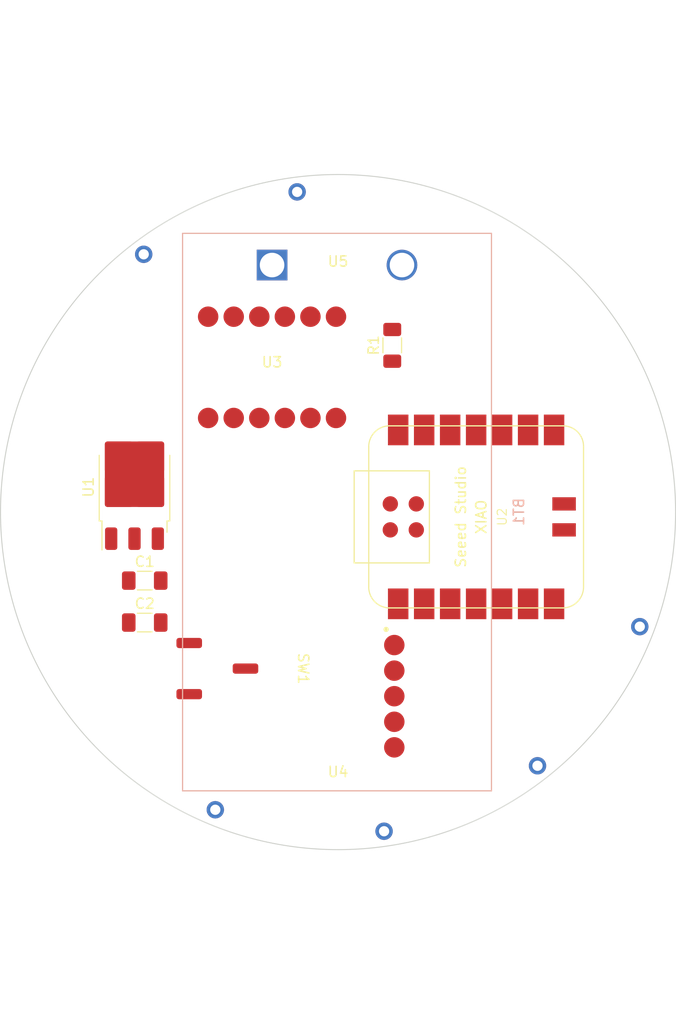
<source format=kicad_pcb>
(kicad_pcb (version 20221018) (generator pcbnew)
  (layers (0 "F.Cu" signal) (31 "B.Cu" signal) (34 "B.Paste" user) (35 "F.Paste" user) (36 "B.SilkS" user "B.Silkscreen") (37 "F.SilkS" user "F.Silkscreen") (38 "B.Mask" user) (39 "F.Mask" user) (44 "Edge.Cuts" user))
  (net 0 "")
  (net 1 "+9V")
  (net 2 "GND")
  (net 3 "Net-(U3-HV3)")
  (net 4 "Net-(U5-Din)")
  (net 9 "Net-(U2-PA8_A4_D4_SDA)")
  (net 10 "Net-(U2-PA9_A5_D5_SCL)")
  (net 11 "Net-(U2-PB08_A6_D6_TX)")
  (net 16 "Net-(U2-3V3)")
  (net 25 "Net-(U3-HV2)")
  (net 26 "Net-(U3-HV1)")
  (net 29 "Net-(SW1-A)")
  (net 31 "Net-(SW1-B)")
  (footprint "Resistor_SMD:R_1206_3216Metric_Pad1.30x1.75mm_HandSolder" (layer "F.Cu") (at 105.3 83.7 90)
    (fp_text reference "R1" (at 0 -1.82 90) (layer "F.SilkS"))
    (fp_text value "330")
    (fp_line (start -0.727064 -0.91) (end 0.727064 -0.91) (stroke (width 0.12)) (layer "F.SilkS"))
    (fp_line (start -0.727064 0.91) (end 0.727064 0.91) (stroke (width 0.12)) (layer "F.SilkS"))
    (pad "1" smd roundrect (at -1.55 0 90) (size 1.3 1.75) (layers "F.Cu" "F.Paste" "F.Mask") (roundrect_rratio 0.192308) (net 3 "Net-(U3-HV3)"))
    (pad "2" smd roundrect (at 1.55 0 90) (size 1.3 1.75) (layers "F.Cu" "F.Paste" "F.Mask") (roundrect_rratio 0.192308) (net 4 "Net-(U5-Din)"))
  )
  (footprint "Package_TO_SOT_SMD:TO-252-3_TabPin2" (layer "F.Cu") (at 80.1 97.56 90)
    (fp_text reference "U1" (at 0 -4.5 90) (layer "F.SilkS"))
    (fp_text value "L7805")
    (fp_line (start -3.31 -3.45) (end -3.31 -3.18) (stroke (width 0.12)) (layer "F.SilkS"))
    (fp_line (start -3.31 -3.18) (end -6.14 -3.18) (stroke (width 0.12)) (layer "F.SilkS"))
    (fp_line (start -3.31 3.18) (end -4.41 3.18) (stroke (width 0.12)) (layer "F.SilkS"))
    (fp_line (start -3.31 3.45) (end -3.31 3.18) (stroke (width 0.12)) (layer "F.SilkS"))
    (fp_line (start 3.11 -3.45) (end -3.31 -3.45) (stroke (width 0.12)) (layer "F.SilkS"))
    (fp_line (start 3.11 3.45) (end -3.31 3.45) (stroke (width 0.12)) (layer "F.SilkS"))
    (pad "1" smd roundrect (at -5.04 -2.28 90) (size 2.2 1.2) (layers "F.Cu" "F.Paste" "F.Mask") (roundrect_rratio 0.208333) (net 1 "+9V"))
    (pad "2" smd roundrect (at -5.04 0 90) (size 2.2 1.2) (layers "F.Cu" "F.Paste" "F.Mask") (roundrect_rratio 0.208333) (net 2 "GND"))
    (pad "2" smd roundrect (at -0.415 -1.525 90) (size 3.05 2.75) (layers "F.Cu" "F.Paste") (roundrect_rratio 0.090909) (net 2 "GND"))
    (pad "2" smd roundrect (at -0.415 1.525 90) (size 3.05 2.75) (layers "F.Cu" "F.Paste") (roundrect_rratio 0.090909) (net 2 "GND"))
    (pad "2" smd roundrect (at 1.26 0 90) (size 6.4 5.8) (layers "F.Cu" "F.Mask") (roundrect_rratio 0.043103) (net 2 "GND"))
    (pad "2" smd roundrect (at 2.935 -1.525 90) (size 3.05 2.75) (layers "F.Cu" "F.Paste") (roundrect_rratio 0.090909) (net 2 "GND"))
    (pad "2" smd roundrect (at 2.935 1.525 90) (size 3.05 2.75) (layers "F.Cu" "F.Paste") (roundrect_rratio 0.090909) (net 2 "GND"))
    (pad "3" smd roundrect (at -5.04 2.28 90) (size 2.2 1.2) (layers "F.Cu" "F.Paste" "F.Mask") (roundrect_rratio 0.208333) (net 31 "Net-(SW1-B)"))
  )
  (footprint "Capacitor_SMD:C_1206_3216Metric_Pad1.33x1.80mm_HandSolder" (layer "F.Cu") (at 81.1 106.7)
    (fp_text reference "C1" (at 0 -1.85) (layer "F.SilkS"))
    (fp_text value "0.47uF")
    (fp_line (start -0.711252 -0.91) (end 0.711252 -0.91) (stroke (width 0.12)) (layer "F.SilkS"))
    (fp_line (start -0.711252 0.91) (end 0.711252 0.91) (stroke (width 0.12)) (layer "F.SilkS"))
    (pad "1" smd roundrect (at -1.5625 0) (size 1.325 1.8) (layers "F.Cu" "F.Paste" "F.Mask") (roundrect_rratio 0.188679) (net 1 "+9V"))
    (pad "2" smd roundrect (at 1.5625 0) (size 1.325 1.8) (layers "F.Cu" "F.Paste" "F.Mask") (roundrect_rratio 0.188679) (net 2 "GND"))
  )
  (footprint "digital_compass:XIAO-SAMD21-RP2040-14P-2.54-21X17.8MM (Seeeduino XIAO)" (layer "F.Cu") (at 113.5 100.47 90)
    (fp_text reference "U2" (at 0 2.54 90) (layer "F.SilkS") (effects (font (size 0.889 0.889) (thickness 0.1016))))
    (fp_text value "Seeed Studio XIAO SAMD21" hide)
    (fp_text user "XIAO" (at 0 0.5 90 unlocked) (layer "F.SilkS"))
    (fp_text user "Seeed Studio" (at 0 -1.5 90 unlocked) (layer "F.SilkS"))
    (fp_line (start -8.9 -8.5) (end -8.9 8.5) (stroke (width 0.127)) (layer "F.SilkS"))
    (fp_line (start -6.9 10.5) (end 6.9 10.5) (stroke (width 0.127)) (layer "F.SilkS"))
    (fp_line (start -4.5 -11.92403) (end 4.5 -11.92403) (stroke (width 0.127)) (layer "F.SilkS"))
    (fp_line (start -4.5 -4.57073) (end -4.5 -11.92403) (stroke (width 0.127)) (layer "F.SilkS"))
    (fp_line (start 4.5 -11.92403) (end 4.5 -4.57073) (stroke (width 0.127)) (layer "F.SilkS"))
    (fp_line (start 4.5 -4.57073) (end -4.5 -4.57073) (stroke (width 0.127)) (layer "F.SilkS"))
    (fp_line (start 6.9 -10.49909) (end -6.9 -10.49909) (stroke (width 0.127)) (layer "F.SilkS"))
    (fp_line (start 8.9 8.5) (end 8.9 -8.5) (stroke (width 0.127)) (layer "F.SilkS"))
    (fp_arc (start -8.9 -8.5) (mid -8.301491 -9.901491) (end -6.9 -10.5) (stroke (width 0.12)) (layer "F.SilkS"))
    (fp_arc (start -6.9 10.5) (mid -8.301423 9.901423) (end -8.9 8.5) (stroke (width 0.12)) (layer "F.SilkS"))
    (fp_arc (start 6.9 -10.5) (mid 8.301494 -9.901494) (end 8.9 -8.5) (stroke (width 0.12)) (layer "F.SilkS"))
    (fp_arc (start 8.9 8.5) (mid 8.314214 9.914214) (end 6.9 10.5) (stroke (width 0.12)) (layer "F.SilkS"))
    (fp_circle (center -11 -8.8) (end -11 -9.054) (fill solid) (layer "F.SilkS"))
    (fp_poly (pts (xy -8.887715 -8.561705) (xy -8.884667 -8.610473) (xy -8.880603 -8.659494)) (stroke (width 0.0254)) (fill none) (layer "F.SilkS"))
    (fp_poly (pts (xy 8.889492 8.521574) (xy 8.887713 8.57085) (xy 8.884665 8.619618) (xy 8.880601 8.668639) (xy 8.875268 8.717407) (xy 8.868664 8.766175) (xy 8.861044 8.81469) (xy 8.852153 8.86295) (xy 8.842248 8.910955)) (stroke (width 0.0254)) (fill none) (layer "F.SilkS"))
    (pad "1" smd rect (at -8.5 -7.62 90) (size 3 2) (layers "F.Cu" "F.Paste" "F.Mask"))
    (pad "2" smd rect (at -8.5 -5.08 90) (size 3 2) (layers "F.Cu" "F.Paste" "F.Mask"))
    (pad "3" smd rect (at -8.5 -2.54 90) (size 3 2) (layers "F.Cu" "F.Paste" "F.Mask"))
    (pad "4" smd rect (at -8.5 0 90) (size 3 2) (layers "F.Cu" "F.Paste" "F.Mask"))
    (pad "5" smd rect (at -8.5 2.54 90) (size 3 2) (layers "F.Cu" "F.Paste" "F.Mask") (net 9 "Net-(U2-PA8_A4_D4_SDA)"))
    (pad "6" smd rect (at -8.5 5.08 270) (size 3 2) (layers "F.Cu" "F.Paste" "F.Mask") (net 10 "Net-(U2-PA9_A5_D5_SCL)"))
    (pad "7" smd rect (at -8.5 7.62 90) (size 3 2) (layers "F.Cu" "F.Paste" "F.Mask") (net 11 "Net-(U2-PB08_A6_D6_TX)"))
    (pad "8" smd rect (at 8.5 7.62 90) (size 3 2) (layers "F.Cu" "F.Paste" "F.Mask"))
    (pad "9" smd rect (at 8.5 5.08 90) (size 3 2) (layers "F.Cu" "F.Paste" "F.Mask"))
    (pad "10" smd rect (at 8.5 2.54 90) (size 3 2) (layers "F.Cu" "F.Paste" "F.Mask"))
    (pad "11" smd rect (at 8.5 0 90) (size 3 2) (layers "F.Cu" "F.Paste" "F.Mask"))
    (pad "12" smd rect (at 8.5 -2.54 90) (size 3 2) (layers "F.Cu" "F.Paste" "F.Mask") (net 16 "Net-(U2-3V3)"))
    (pad "13" smd rect (at 8.5 -5.08 90) (size 3 2) (layers "F.Cu" "F.Paste" "F.Mask") (net 2 "GND"))
    (pad "14" smd rect (at 8.5 -7.62 90) (size 3 2) (layers "F.Cu" "F.Paste" "F.Mask") (net 29 "Net-(SW1-A)"))
    (pad "15" smd circle (at -1.27 -8.39 180) (size 1.5 1.5) (layers "F.Cu" "F.Paste" "F.Mask"))
    (pad "16" smd circle (at 1.27 -8.39 180) (size 1.5 1.5) (layers "F.Cu" "F.Paste" "F.Mask"))
    (pad "17" smd circle (at -1.27 -5.85 180) (size 1.5 1.5) (layers "F.Cu" "F.Paste" "F.Mask"))
    (pad "18" smd circle (at 1.27 -5.85 180) (size 1.5 1.5) (layers "F.Cu" "F.Paste" "F.Mask"))
    (pad "19" smd rect (at -1.27 8.6 180) (size 2.3 1.3) (layers "F.Cu" "F.Paste" "F.Mask"))
    (pad "20" smd rect (at 1.27 8.6 180) (size 2.3 1.3) (layers "F.Cu" "F.Paste" "F.Mask"))
  )
  (footprint "digital_compass:JS102011SCQN_SPDT_Switch" (layer "F.Cu") (at 88.2 115.3 -90)
    (fp_text reference "SW1" (at 0 -8.4 -90 unlocked) (layer "F.SilkS"))
    (fp_text value "SW_SPDT")
    (pad "1" smd roundrect (at -2.5 2.75 270) (size 1 2.5) (layers "F.Cu" "F.Paste" "F.Mask") (net 29 "Net-(SW1-A)"))
    (pad "2" smd roundrect (at 0 -2.75 270) (size 1 2.5) (layers "F.Cu" "F.Paste" "F.Mask") (net 31 "Net-(SW1-B)"))
    (pad "3" smd roundrect (at 2.5 2.75 270) (size 1 2.5) (layers "F.Cu" "F.Paste" "F.Mask"))
  )
  (footprint "digital_compass:Level_Shifter" (layer "F.Cu") (at 93.55 85.85)
    (fp_text reference "U3" (at 0 -0.5 unlocked) (layer "F.SilkS"))
    (fp_text value "Level_Shifter")
    (pad "1" smd circle (at -6.25 4.95) (size 2 2) (layers "F.Cu" "F.Paste" "F.Mask") (net 10 "Net-(U2-PA9_A5_D5_SCL)"))
    (pad "2" smd circle (at -3.75 4.95) (size 2 2) (layers "F.Cu" "F.Paste" "F.Mask") (net 9 "Net-(U2-PA8_A4_D4_SDA)"))
    (pad "3" smd circle (at -1.25 4.95) (size 2 2) (layers "F.Cu" "F.Paste" "F.Mask") (net 16 "Net-(U2-3V3)"))
    (pad "4" smd circle (at 1.25 4.95) (size 2 2) (layers "F.Cu" "F.Paste" "F.Mask") (net 2 "GND"))
    (pad "5" smd circle (at 3.75 4.95) (size 2 2) (layers "F.Cu" "F.Paste" "F.Mask") (net 11 "Net-(U2-PB08_A6_D6_TX)"))
    (pad "6" smd circle (at 6.25 4.95) (size 2 2) (layers "F.Cu" "F.Paste" "F.Mask"))
    (pad "7" smd circle (at 6.25 -4.95) (size 2 2) (layers "F.Cu" "F.Paste" "F.Mask"))
    (pad "8" smd circle (at 3.75 -4.95) (size 2 2) (layers "F.Cu" "F.Paste" "F.Mask") (net 3 "Net-(U3-HV3)"))
    (pad "9" smd circle (at 1.25 -4.95) (size 2 2) (layers "F.Cu" "F.Paste" "F.Mask") (net 2 "GND"))
    (pad "10" smd circle (at -1.25 -4.95) (size 2 2) (layers "F.Cu" "F.Paste" "F.Mask") (net 29 "Net-(SW1-A)"))
    (pad "11" smd circle (at -3.75 -4.95) (size 2 2) (layers "F.Cu" "F.Paste" "F.Mask") (net 25 "Net-(U3-HV2)"))
    (pad "12" smd circle (at -6.25 -4.95) (size 2 2) (layers "F.Cu" "F.Paste" "F.Mask") (net 26 "Net-(U3-HV1)"))
  )
  (footprint "Capacitor_SMD:C_1206_3216Metric_Pad1.33x1.80mm_HandSolder" (layer "F.Cu") (at 81.1 110.8)
    (fp_text reference "C2" (at 0 -1.85) (layer "F.SilkS"))
    (fp_text value "0.1uF")
    (fp_line (start -0.711252 -0.91) (end 0.711252 -0.91) (stroke (width 0.12)) (layer "F.SilkS"))
    (fp_line (start -0.711252 0.91) (end 0.711252 0.91) (stroke (width 0.12)) (layer "F.SilkS"))
    (pad "1" smd roundrect (at -1.5625 0) (size 1.325 1.8) (layers "F.Cu" "F.Paste" "F.Mask") (roundrect_rratio 0.188679) (net 31 "Net-(SW1-B)"))
    (pad "2" smd roundrect (at 1.5625 0) (size 1.325 1.8) (layers "F.Cu" "F.Paste" "F.Mask") (roundrect_rratio 0.188679) (net 2 "GND"))
  )
  (footprint "digital_compass:Adafruit Neopixel Ring 24" (layer "F.Cu") (at 100 100)
    (fp_text reference "U5" (at 0 -24.5 unlocked) (layer "F.SilkS"))
    (fp_text value "Adafruit_Neopixel_Ring_24")
    (pad "1" thru_hole circle locked (at -12 29.1) (size 1.7 1.7) (drill 1) (layers "*.Cu" "*.Mask") (net 29 "Net-(SW1-A)"))
    (pad "2" thru_hole circle locked (at 4.5 31.2) (size 1.7 1.7) (drill 1) (layers "*.Cu" "*.Mask") (net 29 "Net-(SW1-A)"))
    (pad "3" thru_hole circle locked (at -4 -31.3) (size 1.7 1.7) (drill 1) (layers "*.Cu" "*.Mask") (net 4 "Net-(U5-Din)"))
    (pad "4" thru_hole circle locked (at -19 -25.2) (size 1.7 1.7) (drill 1) (layers "*.Cu" "*.Mask"))
    (pad "5" thru_hole circle locked (at 19.5 24.8) (size 1.7 1.7) (drill 1) (layers "*.Cu" "*.Mask") (net 2 "GND"))
    (pad "6" thru_hole circle locked (at 29.5 11.2) (size 1.7 1.7) (drill 1) (layers "*.Cu" "*.Mask") (net 2 "GND"))
  )
  (footprint "digital_compass:QMC5883L" (layer "F.Cu") (at 100 118)
    (fp_text reference "U4" (at 0 7.4 unlocked) (layer "F.SilkS"))
    (fp_text value "QMC5883L")
    (pad "1" smd circle (at 5.5 -5) (size 2 2) (layers "F.Cu" "F.Paste" "F.Mask") (net 29 "Net-(SW1-A)"))
    (pad "2" smd circle (at 5.5 -2.5) (size 2 2) (layers "F.Cu" "F.Paste" "F.Mask") (net 2 "GND"))
    (pad "3" smd circle (at 5.5 0) (size 2 2) (layers "F.Cu" "F.Paste" "F.Mask") (net 26 "Net-(U3-HV1)"))
    (pad "4" smd circle (at 5.5 2.5) (size 2 2) (layers "F.Cu" "F.Paste" "F.Mask") (net 25 "Net-(U3-HV2)"))
    (pad "5" smd circle (at 5.5 5) (size 2 2) (layers "F.Cu" "F.Paste" "F.Mask"))
  )
  (footprint "Battery:BatteryHolder_Eagle_12BH611-GR" (layer "B.Cu") (at 93.55 75.85 90)
    (fp_text reference "BT1" (at -24.13 24.13 90) (layer "B.SilkS") (effects (justify mirror)))
    (fp_text value "Battery")
    (fp_line (start -51.4 -8.75) (end -51.4 21.45) (stroke (width 0.12)) (layer "B.SilkS"))
    (fp_line (start -51.4 21.45) (end 3.1 21.45) (stroke (width 0.12)) (layer "B.SilkS"))
    (fp_line (start 3.1 -8.75) (end -51.4 -8.75) (stroke (width 0.12)) (layer "B.SilkS"))
    (fp_line (start 3.1 21.45) (end 3.1 -8.75) (stroke (width 0.12)) (layer "B.SilkS"))
    (pad "" np_thru_hole circle locked (at -38.9 17.45 90) (size 2.6 2.6) (drill 2.6) (layers "*.Cu" "*.Mask"))
    (pad "" np_thru_hole circle locked (at -24.15 -4.75 90) (size 2.6 2.6) (drill 2.6) (layers "*.Cu" "*.Mask"))
    (pad "" np_thru_hole circle locked (at -10.9 17.45 90) (size 2.6 2.6) (drill 2.6) (layers "*.Cu" "*.Mask"))
    (pad "1" thru_hole rect locked (at 0 0 90) (size 3 3) (drill 2.4) (layers "*.Cu" "*.Mask") (net 1 "+9V"))
    (pad "2" thru_hole circle locked (at 0 12.7 90) (size 3 3) (drill 2.4) (layers "*.Cu" "*.Mask") (net 2 "GND"))
  )
  (gr_circle (center 100 100) (end 133 100) (stroke (width 0.1)) (fill none) (layer "Edge.Cuts"))
)
</source>
